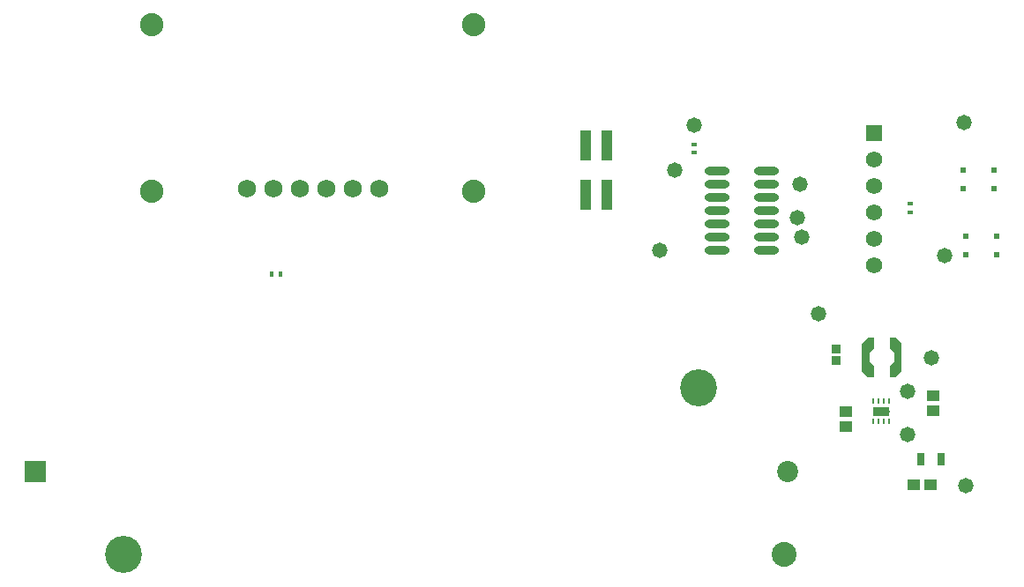
<source format=gts>
G04*
G04 #@! TF.GenerationSoftware,Altium Limited,Altium Designer,25.8.1 (18)*
G04*
G04 Layer_Color=8388736*
%FSLAX44Y44*%
%MOMM*%
G71*
G04*
G04 #@! TF.SameCoordinates,0E36A995-5994-4D59-ADB7-A1CD213CA6DD*
G04*
G04*
G04 #@! TF.FilePolarity,Negative*
G04*
G01*
G75*
%ADD15R,0.4000X0.5000*%
%ADD16R,0.5500X0.6000*%
%ADD17R,1.3082X1.0057*%
%ADD18R,1.1581X1.0121*%
G04:AMPARAMS|DCode=19|XSize=0.5mm|YSize=0.25mm|CornerRadius=0.05mm|HoleSize=0mm|Usage=FLASHONLY|Rotation=90.000|XOffset=0mm|YOffset=0mm|HoleType=Round|Shape=RoundedRectangle|*
%AMROUNDEDRECTD19*
21,1,0.5000,0.1500,0,0,90.0*
21,1,0.4000,0.2500,0,0,90.0*
1,1,0.1000,0.0750,0.2000*
1,1,0.1000,0.0750,-0.2000*
1,1,0.1000,-0.0750,-0.2000*
1,1,0.1000,-0.0750,0.2000*
%
%ADD19ROUNDEDRECTD19*%
%ADD20R,0.5000X0.4000*%
%ADD22R,0.7000X1.1500*%
G04:AMPARAMS|DCode=25|XSize=0.9mm|YSize=1.6mm|CornerRadius=0.0495mm|HoleSize=0mm|Usage=FLASHONLY|Rotation=90.000|XOffset=0mm|YOffset=0mm|HoleType=Round|Shape=RoundedRectangle|*
%AMROUNDEDRECTD25*
21,1,0.9000,1.5010,0,0,90.0*
21,1,0.8010,1.6000,0,0,90.0*
1,1,0.0990,0.7505,0.4005*
1,1,0.0990,0.7505,-0.4005*
1,1,0.0990,-0.7505,-0.4005*
1,1,0.0990,-0.7505,0.4005*
%
%ADD25ROUNDEDRECTD25*%
%ADD26O,2.4032X0.8032*%
%ADD27R,0.9532X0.8532*%
%ADD28R,1.0932X2.9532*%
%ADD29C,1.7272*%
%ADD30C,2.2352*%
%ADD31C,1.5732*%
%ADD32R,2.0200X2.0200*%
%ADD33C,2.0200*%
%ADD34R,1.5732X1.5732*%
%ADD35C,2.3900*%
%ADD36C,3.5500*%
%ADD37C,1.4732*%
%ADD38C,0.5000*%
G36*
X1587363Y802457D02*
X1582863Y798012D01*
Y789702D01*
X1587363Y785257D01*
Y774857D01*
X1581362D01*
X1575863Y780357D01*
Y807357D01*
X1581362Y812857D01*
X1587363D01*
Y802457D01*
D02*
G37*
G36*
X1613862Y807357D02*
Y780357D01*
X1608362Y774857D01*
X1602363D01*
Y785257D01*
X1606862Y789702D01*
Y798012D01*
X1602363Y802457D01*
Y812857D01*
X1608362D01*
X1613862Y807357D01*
D02*
G37*
D15*
X1017460Y873760D02*
D03*
X1009460D02*
D03*
D16*
X1675620Y910700D02*
D03*
X1673080Y974200D02*
D03*
X1705120Y892700D02*
D03*
Y910700D02*
D03*
X1675620Y892700D02*
D03*
X1702580Y956200D02*
D03*
Y974200D02*
D03*
X1673080Y956200D02*
D03*
D17*
X1644015Y742488D02*
D03*
X1560195Y741772D02*
D03*
X1644015Y757012D02*
D03*
X1560195Y727248D02*
D03*
D18*
X1641240Y671830D02*
D03*
X1625200D02*
D03*
D19*
X1586985Y732630D02*
D03*
X1596985Y751630D02*
D03*
X1591985Y732630D02*
D03*
X1596985D02*
D03*
X1601985D02*
D03*
Y751630D02*
D03*
X1591985D02*
D03*
X1586985D02*
D03*
D20*
X1621790Y933260D02*
D03*
X1414780Y998410D02*
D03*
X1621790Y941260D02*
D03*
X1414780Y990410D02*
D03*
D22*
X1651610Y695960D02*
D03*
X1632610D02*
D03*
D25*
X1594485Y742130D02*
D03*
D26*
X1484500Y972820D02*
D03*
X1436500D02*
D03*
Y960120D02*
D03*
Y947420D02*
D03*
Y934720D02*
D03*
Y922020D02*
D03*
Y909320D02*
D03*
Y896620D02*
D03*
X1484500Y947420D02*
D03*
Y934720D02*
D03*
Y922020D02*
D03*
Y909320D02*
D03*
Y896620D02*
D03*
Y960120D02*
D03*
D27*
X1551305Y802240D02*
D03*
Y791240D02*
D03*
D28*
X1310800Y950340D02*
D03*
Y997840D02*
D03*
X1330800Y950340D02*
D03*
Y997840D02*
D03*
D29*
X985266Y956310D02*
D03*
X1010666D02*
D03*
X1036066D02*
D03*
X1061466D02*
D03*
X1086866D02*
D03*
X1112266D02*
D03*
D30*
X1203452Y1113130D02*
D03*
X894080Y953770D02*
D03*
X1203452D02*
D03*
X894080Y1113130D02*
D03*
D31*
X1587500Y882650D02*
D03*
Y984250D02*
D03*
Y958850D02*
D03*
Y933450D02*
D03*
Y908050D02*
D03*
D32*
X781900Y684530D02*
D03*
D33*
X1504100D02*
D03*
D34*
X1587500Y1009650D02*
D03*
D35*
X1501000Y604530D02*
D03*
D36*
X867000D02*
D03*
X1419000Y764530D02*
D03*
D37*
X1673860Y1019810D02*
D03*
X1654810Y891540D02*
D03*
X1513840Y928370D02*
D03*
X1517650Y909320D02*
D03*
X1381760Y896620D02*
D03*
X1534160Y835660D02*
D03*
X1516380Y960120D02*
D03*
X1675130Y670560D02*
D03*
X1414780Y1017270D02*
D03*
X1642110Y793750D02*
D03*
X1395730Y974090D02*
D03*
X1619250Y720090D02*
D03*
X1619885Y761180D02*
D03*
D38*
X1599985Y742130D02*
D03*
X1588985D02*
D03*
M02*

</source>
